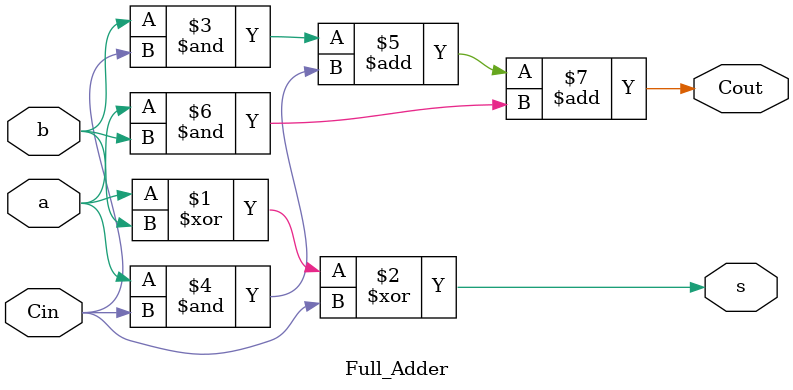
<source format=v>
module Full_Adder(a, b, s, Cin, Cout);

    input a, b, Cin;
    output s, Cout;

    assign s = a ^ b ^ Cin;
    assign Cout = (b & Cin) + (a & Cin) + (a & b); 
endmodule
</source>
